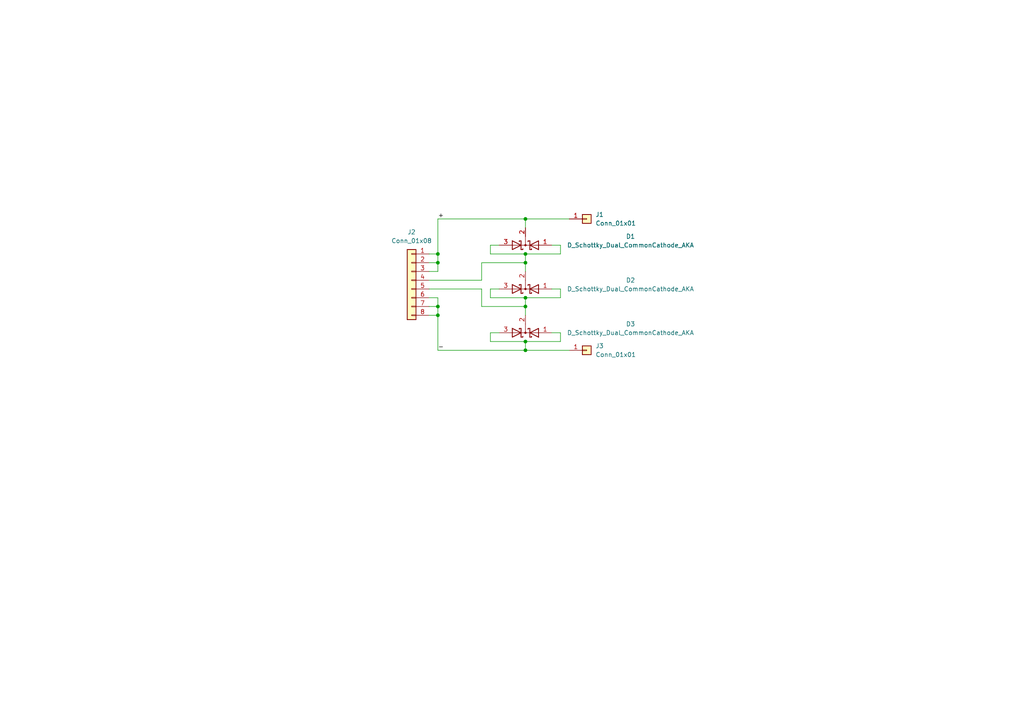
<source format=kicad_sch>
(kicad_sch (version 20231120) (generator "eeschema") (generator_version "8.0")
  (paper "A4")
  (lib_symbols
    (symbol "Connector_Generic:Conn_01x01" (pin_names (offset 1.016) hide)
      (property "Reference" "J" (at 0 2.54 0))
      (property "Value" "Conn_01x01" (at 0 -2.54 0))
      (symbol "Conn_01x01_1_1"
        (rectangle (start -1.27 0.127) (end 0 -0.127) (stroke (width 0.1524)))
        (rectangle (start -1.27 1.27) (end 1.27 -1.27) (stroke (width 0.254)) (fill (type background)))
        (pin passive line (at -5.08 0 0) (length 3.81) (name "Pin_1") (number "1"))
      )
    )
    (symbol "Connector_Generic:Conn_01x08" (pin_names (offset 1.016) hide)
      (property "Reference" "J" (at 0 10.16 0))
      (property "Value" "Conn_01x08" (at 0 -12.7 0))
      (symbol "Conn_01x08_1_1"
        (rectangle (start -1.27 -10.033) (end 0 -10.287) (stroke (width 0.1524)))
        (rectangle (start -1.27 -7.493) (end 0 -7.747) (stroke (width 0.1524)))
        (rectangle (start -1.27 -4.953) (end 0 -5.207) (stroke (width 0.1524)))
        (rectangle (start -1.27 -2.413) (end 0 -2.667) (stroke (width 0.1524)))
        (rectangle (start -1.27 0.127) (end 0 -0.127) (stroke (width 0.1524)))
        (rectangle (start -1.27 2.667) (end 0 2.413) (stroke (width 0.1524)))
        (rectangle (start -1.27 5.207) (end 0 4.953) (stroke (width 0.1524)))
        (rectangle (start -1.27 7.747) (end 0 7.493) (stroke (width 0.1524)))
        (rectangle (start -1.27 8.89) (end 1.27 -11.43) (stroke (width 0.254)) (fill (type background)))
        (pin passive line (at -5.08 7.62 0) (length 3.81) (name "Pin_1") (number "1"))
        (pin passive line (at -5.08 5.08 0) (length 3.81) (name "Pin_2") (number "2"))
        (pin passive line (at -5.08 2.54 0) (length 3.81) (name "Pin_3") (number "3"))
        (pin passive line (at -5.08 0 0) (length 3.81) (name "Pin_4") (number "4"))
        (pin passive line (at -5.08 -2.54 0) (length 3.81) (name "Pin_5") (number "5"))
        (pin passive line (at -5.08 -5.08 0) (length 3.81) (name "Pin_6") (number "6"))
        (pin passive line (at -5.08 -7.62 0) (length 3.81) (name "Pin_7") (number "7"))
        (pin passive line (at -5.08 -10.16 0) (length 3.81) (name "Pin_8") (number "8"))
      )
    )
    (symbol "Device:D_Schottky_Dual_CommonCathode_AKA" (pin_names (offset 0.762) hide)
      (property "Reference" "D" (at 1.27 -2.54 0))
      (property "Value" "D_Schottky_Dual_CommonCathode_AKA" (at 0 2.54 0))
      (symbol "D_Schottky_Dual_CommonCathode_AKA_0_1"
        (polyline (pts (xy 0 0) (xy 0 -2.54)))
        (polyline (pts (xy 3.81 0) (xy -3.81 0)))
        (polyline (pts (xy -1.27 -1.27) (xy -1.27 1.27) (xy -1.27 1.27)) (stroke (width 0.254)))
        (polyline (pts (xy 1.27 -1.27) (xy 1.27 1.27) (xy 1.27 1.27)) (stroke (width 0.254)))
        (polyline (pts (xy -1.27 -1.27) (xy -0.762 -1.27) (xy -0.762 -1.016) (xy -0.762 -1.016)) (stroke (width 0.254)))
        (polyline (pts (xy 1.27 -1.27) (xy 1.778 -1.27) (xy 1.778 -1.016) (xy 1.778 -1.016)) (stroke (width 0.254)))
        (polyline (pts (xy 1.27 1.27) (xy 0.762 1.27) (xy 0.762 1.016) (xy 0.762 1.016)) (stroke (width 0.254)))
        (polyline (pts (xy -1.778 1.016) (xy -1.778 1.27) (xy -1.27 1.27) (xy -1.27 1.27) (xy -1.27 1.27)) (stroke (width 0.254)))
        (polyline (pts (xy -3.81 1.27) (xy -1.27 0) (xy -3.81 -1.27) (xy -3.81 1.27) (xy -3.81 1.27) (xy -3.81 1.27)) (stroke (width 0.254)))
        (polyline (pts (xy 3.81 -1.27) (xy 1.27 0) (xy 3.81 1.27) (xy 3.81 -1.27) (xy 3.81 -1.27) (xy 3.81 -1.27)) (stroke (width 0.254)))
        (circle (center 0 0) (radius 0.254) (fill (type outline)))
        (pin passive line (at -7.62 0 0) (length 3.81) (name "A") (number "1"))
        (pin passive line (at 0 -5.08 90) (length 2.54) (name "K") (number "2"))
        (pin passive line (at 7.62 0 180) (length 3.81) (name "A") (number "3"))
      )
    )
  )
  (junction (at 127 76.2))
  (junction (at 127 73.66))
  (junction (at 152.4 101.6))
  (junction (at 127 91.44))
  (junction (at 152.4 63.5))
  (junction (at 127 88.9))
  (junction (at 152.4 99.06))
  (junction (at 152.4 76.2))
  (junction (at 152.4 88.9))
  (junction (at 152.4 73.66))
  (junction (at 152.4 86.36))
  (wire (pts (xy 152.4 86.36) (xy 162.56 86.36)))
  (wire (pts (xy 124.46 83.82) (xy 139.7 83.82)))
  (wire (pts (xy 162.56 83.82) (xy 160.02 83.82)))
  (wire (pts (xy 152.4 76.2) (xy 152.4 78.74)))
  (wire (pts (xy 152.4 88.9) (xy 152.4 91.44)))
  (wire (pts (xy 152.4 99.06) (xy 152.4 101.6)))
  (wire (pts (xy 124.46 88.9) (xy 127 88.9)))
  (wire (pts (xy 162.56 71.12) (xy 160.02 71.12)))
  (wire (pts (xy 142.24 96.52) (xy 142.24 99.06)))
  (wire (pts (xy 127 63.5) (xy 152.4 63.5)))
  (wire (pts (xy 127 101.6) (xy 152.4 101.6)))
  (wire (pts (xy 124.46 76.2) (xy 127 76.2)))
  (wire (pts (xy 152.4 86.36) (xy 152.4 88.9)))
  (wire (pts (xy 152.4 101.6) (xy 165.1 101.6)))
  (wire (pts (xy 162.56 73.66) (xy 162.56 71.12)))
  (wire (pts (xy 152.4 73.66) (xy 152.4 76.2)))
  (wire (pts (xy 124.46 86.36) (xy 127 86.36)))
  (wire (pts (xy 142.24 73.66) (xy 152.4 73.66)))
  (wire (pts (xy 124.46 78.74) (xy 127 78.74)))
  (wire (pts (xy 162.56 99.06) (xy 162.56 96.52)))
  (wire (pts (xy 162.56 86.36) (xy 162.56 83.82)))
  (wire (pts (xy 142.24 99.06) (xy 152.4 99.06)))
  (wire (pts (xy 152.4 99.06) (xy 162.56 99.06)))
  (wire (pts (xy 139.7 76.2) (xy 152.4 76.2)))
  (wire (pts (xy 127 73.66) (xy 127 63.5)))
  (wire (pts (xy 124.46 73.66) (xy 127 73.66)))
  (wire (pts (xy 144.78 83.82) (xy 142.24 83.82)))
  (wire (pts (xy 127 86.36) (xy 127 88.9)))
  (wire (pts (xy 152.4 73.66) (xy 162.56 73.66)))
  (wire (pts (xy 127 73.66) (xy 127 76.2)))
  (wire (pts (xy 124.46 81.28) (xy 139.7 81.28)))
  (wire (pts (xy 127 78.74) (xy 127 76.2)))
  (wire (pts (xy 142.24 71.12) (xy 142.24 73.66)))
  (wire (pts (xy 139.7 81.28) (xy 139.7 76.2)))
  (wire (pts (xy 142.24 83.82) (xy 142.24 86.36)))
  (wire (pts (xy 152.4 63.5) (xy 152.4 66.04)))
  (wire (pts (xy 139.7 83.82) (xy 139.7 88.9)))
  (wire (pts (xy 165.1 63.5) (xy 152.4 63.5)))
  (wire (pts (xy 124.46 91.44) (xy 127 91.44)))
  (wire (pts (xy 144.78 71.12) (xy 142.24 71.12)))
  (wire (pts (xy 127 88.9) (xy 127 91.44)))
  (wire (pts (xy 162.56 96.52) (xy 160.02 96.52)))
  (wire (pts (xy 127 91.44) (xy 127 101.6)))
  (wire (pts (xy 144.78 96.52) (xy 142.24 96.52)))
  (wire (pts (xy 142.24 86.36) (xy 152.4 86.36)))
  (wire (pts (xy 139.7 88.9) (xy 152.4 88.9)))
  (label "-" (at 127 101.6 0))
  (label "+" (at 127 63.5 0))
  (symbol (lib_id "Connector_Generic:Conn_01x01") (at 170.18 63.5 0) (unit 1)
    (property "Reference" "J1" (at 172.72 62.2299 0) (effects (justify left)))
    (property "Value" "Conn_01x01" (at 172.72 64.7699 0) (effects (justify left)))
    (property "Footprint" "Connector_PinHeader_2.54mm:PinHeader_1x01_P2.54mm_Horizontal" (effects (hide yes)))
    (property "Description" "Generic connector, single row, 01x01, script generated (kicad-library-utils/schlib/autogen/connector/)" (effects (hide yes)))
  )
  (symbol (lib_id "Device:D_Schottky_Dual_CommonCathode_AKA") (at 152.4 71.12 180) (unit 1)
    (property "Reference" "D1" (at 182.88 68.58 0))
    (property "Value" "D_Schottky_Dual_CommonCathode_AKA" (at 182.88 71.12 0))
    (property "Footprint" "Package_TO_SOT_SMD:TO-263-2" (effects (hide yes)))
    (property "Description" "Dual Schottky diode, common cathode on pin 2" (effects (hide yes)))
    (property "LCSC" "C181024" (effects (hide yes)))
  )
  (symbol (lib_id "Device:D_Schottky_Dual_CommonCathode_AKA") (at 152.4 96.52 180) (unit 1)
    (property "Reference" "D3" (at 182.88 93.98 0))
    (property "Value" "D_Schottky_Dual_CommonCathode_AKA" (at 182.88 96.52 0))
    (property "Footprint" "Package_TO_SOT_SMD:TO-263-2" (effects (hide yes)))
    (property "Description" "Dual Schottky diode, common cathode on pin 2" (effects (hide yes)))
    (property "LCSC" "C181024" (effects (hide yes)))
  )
  (symbol (lib_id "Device:D_Schottky_Dual_CommonCathode_AKA") (at 152.4 83.82 180) (unit 1)
    (property "Reference" "D2" (at 182.88 81.28 0))
    (property "Value" "D_Schottky_Dual_CommonCathode_AKA" (at 182.88 83.82 0))
    (property "Footprint" "Package_TO_SOT_SMD:TO-263-2" (effects (hide yes)))
    (property "Description" "Dual Schottky diode, common cathode on pin 2" (effects (hide yes)))
    (property "LCSC" "C181024" (effects (hide yes)))
  )
  (symbol (lib_id "Connector_Generic:Conn_01x08") (at 119.38 81.28 0) (mirror y) (unit 1)
    (property "Reference" "J2" (at 119.38 67.31 0))
    (property "Value" "Conn_01x08" (at 119.38 69.85 0))
    (property "Footprint" "RKL-Connectors:8pin-revolver" (effects (hide yes)))
    (property "Description" "Generic connector, single row, 01x08, script generated (kicad-library-utils/schlib/autogen/connector/)" (effects (hide yes)))
  )
  (symbol (lib_id "Connector_Generic:Conn_01x01") (at 170.18 101.6 0) (unit 1)
    (property "Reference" "J3" (at 172.72 100.3299 0) (effects (justify left)))
    (property "Value" "Conn_01x01" (at 172.72 102.8699 0) (effects (justify left)))
    (property "Footprint" "Connector_PinHeader_2.54mm:PinHeader_1x01_P2.54mm_Horizontal" (effects (hide yes)))
    (property "Description" "Generic connector, single row, 01x01, script generated (kicad-library-utils/schlib/autogen/connector/)" (effects (hide yes)))
  )
)
</source>
